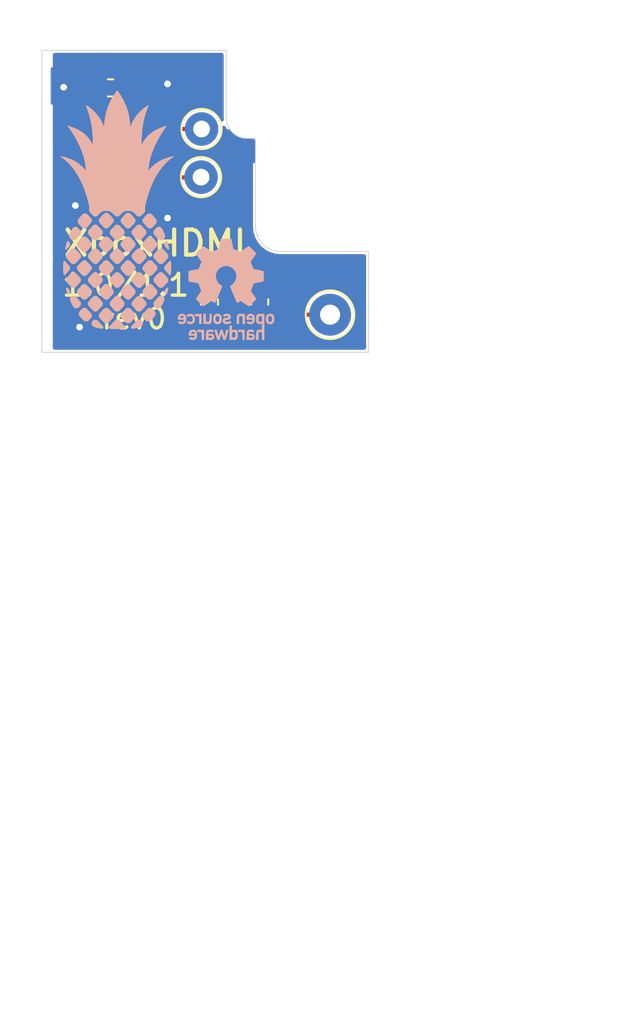
<source format=kicad_pcb>
(kicad_pcb (version 20171130) (host pcbnew 5.1.5+dfsg1-2build2)
  (layers (0 F.Cu signal) (31 B.Cu signal) (34 B.Paste user) (35 F.Paste user) (36 B.SilkS user) (37 F.SilkS user) (38 B.Mask user) (39 F.Mask user) (44 Edge.Cuts user))
  (net 0 "")
  (net 1 VIDEO_1v5)
  (net 2 FIELD)
  (net 3 CLKI)
  (net 4 GND)
  (module Resistor_SMD:R_0603_1608Metric (layer F.Cu) (at 24.82 30.38)
    (fp_text reference R4B7 hide)
    (fp_text value 100)
    (pad 1 smd roundrect (at -0.7875 0) (size 0.875 0.95) (layers F.Cu F.Paste F.Mask) (net 1 VIDEO_1v5))
    (pad 2 smd roundrect (at 0.7875 0) (size 0.875 0.95) (layers F.Cu F.Paste F.Mask) (net 2 FIELD))
  )
  (module Resistor_SMD:R_0603_1608Metric (layer F.Cu) (at 24.81 27.5)
    (fp_text reference R4M7 hide)
    (fp_text value 200)
    (pad 1 smd roundrect (at -0.7875 0) (size 0.875 0.95) (layers F.Cu F.Paste F.Mask) (net 1 VIDEO_1v5))
    (pad 2 smd roundrect (at 0.7875 0) (size 0.875 0.95) (layers F.Cu F.Paste F.Mask) (net 3 CLKI))
  )
  (module Resistor_SMD:R_0603_1608Metric (layer F.Cu) (at 24.8 25.04 180)
    (fp_text reference R4N14 hide)
    (fp_text value 200)
    (pad 2 smd roundrect (at 0.7875 0 180) (size 0.875 0.95) (layers F.Cu F.Paste F.Mask) (net 4 GND))
    (pad 1 smd roundrect (at -0.7875 0 180) (size 0.875 0.95) (layers F.Cu F.Paste F.Mask) (net 3 CLKI))
  )
  (module LOGO (layer F.Cu) (at 55.5 80.6)
    (fp_text reference G*** hide)
    (fp_text value LOGO hide)
  )
  (module Capacitor_SMD:C_0603_1608Metric (layer F.Cu) (at 30.7 37.8 90)
    (fp_text reference C1 hide)
    (fp_text value C)
    (pad 1 smd roundrect (at -0.7875 0 90) (size 0.875 0.95) (layers F.Cu F.Paste F.Mask) (net 1 VIDEO_1v5))
    (pad 2 smd roundrect (at 0.7875 0 90) (size 0.875 0.95) (layers F.Cu F.Paste F.Mask) (net 4 GND))
  )
  (module Capacitor_SMD:C_0603_1608Metric (layer F.Cu) (at 33.7 37.8 90)
    (fp_text reference C2 hide)
    (fp_text value C)
    (pad 2 smd roundrect (at 0.7875 0 90) (size 0.875 0.95) (layers F.Cu F.Paste F.Mask) (net 4 GND))
    (pad 1 smd roundrect (at -0.7875 0 90) (size 0.875 0.95) (layers F.Cu F.Paste F.Mask) (net 1 VIDEO_1v5))
  )
  (module TestPoint:TestPoint_THTPad_D2.5mm_Drill1.2mm (layer F.Cu) (at 37.9 38.56)
    (fp_text reference TP1 hide)
    (fp_text value TestPoint)
    (pad 1 thru_hole circle (at 0 0) (size 2.5 2.5) (drill 1.2) (layers *.Cu *.Mask) (net 1 VIDEO_1v5))
  )
  (module TestPoint:TestPoint_THTPad_D2.0mm_Drill1.0mm (layer F.Cu) (at 30.2 30.36)
    (fp_text reference TP2 hide)
    (fp_text value TestPoint)
    (pad 1 thru_hole circle (at 0 0) (size 2 2) (drill 1) (layers *.Cu *.Mask) (net 2 FIELD))
  )
  (module TestPoint:TestPoint_THTPad_D2.0mm_Drill1.0mm (layer F.Cu) (at 30.23 27.49)
    (fp_text reference TP3 hide)
    (fp_text value TestPoint)
    (pad 1 thru_hole circle (at 0 0) (size 2 2) (drill 1) (layers *.Cu *.Mask) (net 3 CLKI))
  )
  (module Symbol:OSHW-Logo_5.7x6mm_SilkScreen (layer B.Cu) (at 31.7 37.05 180)
    (fp_text reference LOGO1 hide)
    (fp_text value Logo_Open_Hardware_Small hide)
  )
  (module Custom:logo (layer B.Cu) (at 25.2 32.3 180)
    (fp_text reference LOGO2 hide)
    (fp_text value C hide)
  )
  (gr_text rev0 (at 26.2 38.8) (layer F.SilkS) (effects (font (size 1.2 1.2) (thickness 0.2))))
  (gr_line (start 33.2 28.05) (end 33.45 28.05) (layer Edge.Cuts) (width 0.05))
  (gr_text 1.0/1.1 (at 25.7 36.8) (layer F.SilkS) (effects (font (size 1.3 1.3) (thickness 0.2))))
  (gr_text XboxHDMI (at 27.45 34.3) (layer F.SilkS) (effects (font (size 1.5 1.5) (thickness 0.25))))
  (gr_line (start 31.7 22.8) (end 31.7 26.8) (layer Edge.Cuts) (width 0.05))
  (gr_arc (start 34.95 33.3) (end 33.45 33.3) (angle -90) (layer Edge.Cuts) (width 0.05))
  (gr_arc (start 32.95 26.8) (end 31.7 26.8) (angle -90) (layer Edge.Cuts) (width 0.05))
  (gr_line (start 33.2 28.05) (end 32.95 28.05) (layer Edge.Cuts) (width 0.05))
  (gr_line (start 40.2 34.8) (end 40.2 40.8) (layer Edge.Cuts) (width 0.05))
  (gr_line (start 20.7 40.8) (end 20.7 22.8) (layer Edge.Cuts) (width 0.05))
  (gr_line (start 40.2 40.8) (end 20.7 40.8) (layer Edge.Cuts) (width 0.05))
  (gr_line (start 34.95 34.8) (end 40.2 34.8) (layer Edge.Cuts) (width 0.05))
  (gr_line (start 33.45 28.05) (end 33.45 33.3) (layer Edge.Cuts) (width 0.05))
  (gr_line (start 20.7 22.8) (end 31.7 22.8) (layer Edge.Cuts) (width 0.05))
  (segment (start 24.0325 27.51) (end 24.0225 27.5) (width 0.25) (layer F.Cu) (net 1))
  (segment (start 24.0325 30.38) (end 24.0325 27.51) (width 0.25) (layer F.Cu) (net 1))
  (segment (start 33.2275 38.56) (end 33.2 38.5875) (width 0.25) (layer F.Cu) (net 1))
  (segment (start 37.9 38.56) (end 33.2275 38.56) (width 0.25) (layer F.Cu) (net 1))
  (segment (start 33.2 38.5875) (end 30.2 38.5875) (width 0.25) (layer F.Cu) (net 1))
  (segment (start 24.0325 32.6325) (end 24.0325 30.38) (width 0.25) (layer F.Cu) (net 1))
  (segment (start 24.0325 33.76375) (end 24.0325 32.6325) (width 0.25) (layer F.Cu) (net 1))
  (segment (start 28.85625 38.5875) (end 24.0325 33.76375) (width 0.25) (layer F.Cu) (net 1))
  (segment (start 30.2 38.5875) (end 28.85625 38.5875) (width 0.25) (layer F.Cu) (net 1))
  (segment (start 30.25 30.38) (end 30.27 30.36) (width 0.25) (layer F.Cu) (net 2))
  (segment (start 30.18 30.38) (end 30.2 30.36) (width 0.25) (layer F.Cu) (net 2))
  (segment (start 25.6075 30.38) (end 30.18 30.38) (width 0.25) (layer F.Cu) (net 2))
  (segment (start 25.5975 25.05) (end 25.5875 25.04) (width 0.25) (layer F.Cu) (net 3))
  (segment (start 25.5975 27.5) (end 25.5975 25.05) (width 0.25) (layer F.Cu) (net 3))
  (segment (start 25.6075 27.49) (end 25.5975 27.5) (width 0.25) (layer F.Cu) (net 3))
  (segment (start 30.2 27.49) (end 25.6075 27.49) (width 0.25) (layer F.Cu) (net 3))
  (via (at 28.2 24.8) (size 0.8) (drill 0.4) (layers F.Cu B.Cu) (net 4))
  (via (at 28.2 32.8) (size 0.8) (drill 0.4) (layers F.Cu B.Cu) (net 4))
  (via (at 22 25) (size 0.8) (drill 0.4) (layers F.Cu B.Cu) (net 4))
  (via (at 22.7 32.05) (size 0.8) (drill 0.4) (layers F.Cu B.Cu) (net 4))
  (via (at 22.95 39.3) (size 0.8) (drill 0.4) (layers F.Cu B.Cu) (net 4))
  (zone (net 4) (net_name GND) (layer B.Cu) (connect_pads (clearance 0.127)) (min_thickness 0.254) (fill yes (arc_segments 32) (thermal_gap 0.508) (thermal_bridge_width 0.508))
    (polygon (pts (xy 41.2 41.8) (xy 19.2 41.8) (xy 19.2 20.8) (xy 41.2 20.8)))
  )
  (zone (net 4) (net_name GND) (layer F.Cu) (connect_pads (clearance 0.127)) (min_thickness 0.254) (fill yes (arc_segments 32) (thermal_gap 0.508) (thermal_bridge_width 0.508))
    (polygon (pts (xy 42.2 42.8) (xy 18.2 42.8) (xy 18.2 19.8) (xy 42.2 19.8)))
  )
  (zone (net 4) (net_name GND) (layer F.Cu) (connect_pads (clearance 0)) (min_thickness 0.254) (fill yes (arc_segments 32) (thermal_gap 0.508) (thermal_bridge_width 0.508))
    (polygon (pts (xy 34.45 29.55) (xy 31.7 29.55) (xy 31.7 27.05) (xy 34.45 27.05)))
  )
  (zone (net 4) (net_name GND) (layer B.Cu) (connect_pads (clearance 0)) (min_thickness 0.254) (fill yes (arc_segments 32) (thermal_gap 0.508) (thermal_bridge_width 0.508))
    (polygon (pts (xy 34.45 29.55) (xy 31.7 29.55) (xy 31.7 27.05) (xy 34.45 27.05)))
  )
  (zone (net 4) (net_name GND) (layer F.Cu) (connect_pads (clearance 0)) (min_thickness 0.254) (fill yes (arc_segments 32) (thermal_gap 0.508) (thermal_bridge_width 0.508))
    (polygon (pts (xy 22.45 26.05) (xy 20.7 26.05) (xy 20.7 23.8) (xy 22.45 23.8)))
  )
  (zone (net 4) (net_name GND) (layer B.Cu) (connect_pads (clearance 0)) (min_thickness 0.254) (fill yes (arc_segments 32) (thermal_gap 0.508) (thermal_bridge_width 0.508))
    (polygon (pts (xy 22.45 26.05) (xy 20.7 26.05) (xy 20.7 23.8) (xy 22.45 23.8)))
  )
)
</source>
